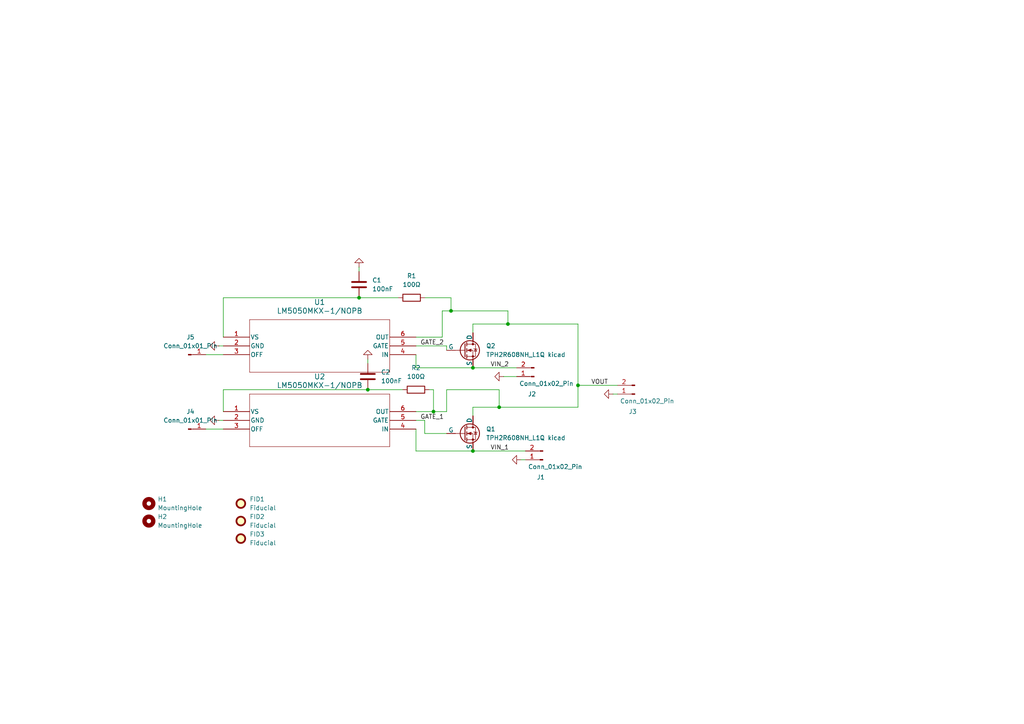
<source format=kicad_sch>
(kicad_sch (version 20250114) (generator "eeschema") (generator_version "9.0")
  (paper "A4")
  (title_block (title "High side or ing power selection") (date "2026-02-11") (rev "A"))
  (lib_symbols
    (symbol "Connector:Conn_01x01_Pin" (pin_names (offset 1.016) (hide yes))
      (property "Reference" "J" (at 0 2.54 0))
      (property "Value" "Conn_01x01_Pin" (at 0 -2.54 0))
      (symbol "Conn_01x01_Pin_1_1"
        (rectangle (start 0.8636 0.127) (end 0 -0.127) (stroke (width 0.1524)) (fill (type outline)))
        (polyline (pts (xy 1.27 0) (xy 0.8636 0)) (stroke (width 0.1524)))
        (pin passive line (at 5.08 0 180) (length 3.81) (name "Pin_1") (number "1"))
      )
    )
    (symbol "Connector:Conn_01x02_Pin" (pin_names (offset 1.016) (hide yes))
      (property "Reference" "J" (at 0 2.54 0))
      (property "Value" "Conn_01x02_Pin" (at 0 -5.08 0))
      (symbol "Conn_01x02_Pin_1_1"
        (rectangle (start 0.8636 0.127) (end 0 -0.127) (stroke (width 0.1524)) (fill (type outline)))
        (rectangle (start 0.8636 -2.413) (end 0 -2.667) (stroke (width 0.1524)) (fill (type outline)))
        (polyline (pts (xy 1.27 0) (xy 0.8636 0)) (stroke (width 0.1524)))
        (polyline (pts (xy 1.27 -2.54) (xy 0.8636 -2.54)) (stroke (width 0.1524)))
        (pin passive line (at 5.08 0 180) (length 3.81) (name "Pin_1") (number "1"))
        (pin passive line (at 5.08 -2.54 180) (length 3.81) (name "Pin_2") (number "2"))
      )
    )
    (symbol "Device:C" (pin_numbers (hide yes)) (pin_names (offset 0.254))
      (property "Reference" "C" (at 0.635 2.54 0))
      (property "Value" "C" (at 0.635 -2.54 0))
      (symbol "C_0_1"
        (polyline (pts (xy -2.032 0.762) (xy 2.032 0.762)) (stroke (width 0.508)))
        (polyline (pts (xy -2.032 -0.762) (xy 2.032 -0.762)) (stroke (width 0.508)))
      )
      (symbol "C_1_1"
        (pin passive line (at 0 3.81 270) (length 2.794) (name "~") (number "1"))
        (pin passive line (at 0 -3.81 90) (length 2.794) (name "~") (number "2"))
      )
    )
    (symbol "Device:R" (pin_numbers (hide yes)) (pin_names (offset 0))
      (property "Reference" "R" (at 2.032 0 90))
      (property "Value" "R" (at 0 0 90))
      (symbol "R_0_1"
        (rectangle (start -1.016 -2.54) (end 1.016 2.54) (stroke (width 0.254)))
      )
      (symbol "R_1_1"
        (pin passive line (at 0 3.81 270) (length 1.27) (name "~") (number "1"))
        (pin passive line (at 0 -3.81 90) (length 1.27) (name "~") (number "2"))
      )
    )
    (symbol "Mechanical:Fiducial" (in_bom no)
      (property "Reference" "FID" (at 0 5.08 0))
      (property "Value" "Fiducial" (at 0 3.175 0))
      (symbol "Fiducial_0_1"
        (circle (center 0 0) (radius 1.27) (stroke (width 0.508)) (fill (type background)))
      )
    )
    (symbol "Mechanical:MountingHole" (pin_names (offset 1.016)) (in_bom no)
      (property "Reference" "H" (at 0 5.08 0))
      (property "Value" "MountingHole" (at 0 3.175 0))
      (symbol "MountingHole_0_1"
        (circle (center 0 0) (radius 1.27) (stroke (width 1.27)))
      )
    )
    (symbol "OR ing_Library:LM5050MKX-1_NOPB" (pin_names (offset 0.254))
      (property "Reference" "U" (at 27.94 10.16 0))
      (property "Value" "LM5050MKX-1/NOPB" (at 27.94 7.62 0))
      (symbol "LM5050MKX-1_NOPB_0_1"
        (polyline (pts (xy 7.62 5.08) (xy 7.62 -10.16)) (stroke (width 0.127)))
        (polyline (pts (xy 7.62 -10.16) (xy 48.26 -10.16)) (stroke (width 0.127)))
        (polyline (pts (xy 48.26 5.08) (xy 7.62 5.08)) (stroke (width 0.127)))
        (polyline (pts (xy 48.26 -10.16) (xy 48.26 5.08)) (stroke (width 0.127)))
        (pin unspecified line (at 0 0 0) (length 7.62) (name "VS") (number "1"))
        (pin power_in line (at 0 -2.54 0) (length 7.62) (name "GND") (number "2"))
        (pin unspecified line (at 0 -5.08 0) (length 7.62) (name "OFF") (number "3"))
        (pin output line (at 55.88 0 180) (length 7.62) (name "OUT") (number "6"))
        (pin unspecified line (at 55.88 -2.54 180) (length 7.62) (name "GATE") (number "5"))
        (pin input line (at 55.88 -5.08 180) (length 7.62) (name "IN") (number "4"))
      )
    )
    (symbol "OR ing_Library:TPH2R608NH_L1Q kicad" (pin_numbers (hide yes)) (pin_names (offset 0))
      (property "Reference" "Q" (at 5.08 1.27 0))
      (property "Value" "TPH2R608NH_L1Q kicad" (at 5.08 -1.27 0))
      (symbol "TPH2R608NH_L1Q kicad_0_1"
        (polyline (pts (xy 0.254 1.905) (xy 0.254 -1.905)) (stroke (width 0.254)))
        (polyline (pts (xy 0.254 0) (xy -2.54 0)))
        (polyline (pts (xy 0.762 2.286) (xy 0.762 1.27)) (stroke (width 0.254)))
        (polyline (pts (xy 0.762 0.508) (xy 0.762 -0.508)) (stroke (width 0.254)))
        (polyline (pts (xy 0.762 -1.27) (xy 0.762 -2.286)) (stroke (width 0.254)))
        (polyline (pts (xy 0.762 -1.778) (xy 3.302 -1.778) (xy 3.302 1.778) (xy 0.762 1.778)))
        (polyline (pts (xy 1.016 0) (xy 2.032 0.381) (xy 2.032 -0.381) (xy 1.016 0)) (fill (type outline)))
        (circle (center 1.651 0) (radius 2.794) (stroke (width 0.254)))
        (polyline (pts (xy 2.54 2.54) (xy 2.54 1.778)))
        (circle (center 2.54 1.778) (radius 0.254) (fill (type outline)))
        (circle (center 2.54 -1.778) (radius 0.254) (fill (type outline)))
        (polyline (pts (xy 2.54 -2.54) (xy 2.54 0) (xy 0.762 0)))
        (polyline (pts (xy 2.794 0.508) (xy 2.921 0.381) (xy 3.683 0.381) (xy 3.81 0.254)))
        (polyline (pts (xy 3.302 0.381) (xy 2.921 -0.254) (xy 3.683 -0.254) (xy 3.302 0.381)))
      )
      (symbol "TPH2R608NH_L1Q kicad_1_1"
        (pin input line (at -5.08 0 0) (length 2.54) (name "G") (number "4"))
        (pin passive line (at 2.54 5.08 270) (length 2.54) (name "D") (number "5"))
        (pin passive line (at 2.54 5.08 270) (length 2.54) (name "D") (number "6"))
        (pin passive line (at 2.54 5.08 270) (length 2.54) (name "D") (number "7"))
        (pin passive line (at 2.54 5.08 270) (length 2.54) (name "D") (number "8"))
        (pin passive line (at 2.54 -5.08 90) (length 2.54) (name "S") (number "1"))
        (pin passive line (at 2.54 -5.08 90) (length 2.54) (name "S") (number "2"))
        (pin passive line (at 2.54 -5.08 90) (length 2.54) (name "S") (number "3"))
      )
    )
    (symbol "power:GND" (power) (pin_numbers (hide yes)) (pin_names (offset 0) (hide yes))
      (property "Value" "GND" (at 0 -3.81 0))
      (symbol "GND_0_1"
        (polyline (pts (xy 0 0) (xy 0 -1.27) (xy 1.27 -1.27) (xy 0 -2.54) (xy -1.27 -1.27) (xy 0 -1.27)))
      )
      (symbol "GND_1_1"
        (pin power_in line (at 0 0 270) (length 0) (name "~") (number "1"))
      )
    )
  )
  (junction (at 144.78 118.11))
  (junction (at 137.16 130.81))
  (junction (at 106.68 113.03))
  (junction (at 137.16 106.68))
  (junction (at 125.73 119.38))
  (junction (at 167.64 111.76))
  (junction (at 104.14 86.36))
  (junction (at 147.32 93.98))
  (junction (at 130.81 90.17))
  (wire (pts (xy 144.78 118.11) (xy 167.64 118.11)))
  (wire (pts (xy 124.46 113.03) (xy 125.73 113.03)))
  (wire (pts (xy 137.16 130.81) (xy 152.4 130.81)))
  (wire (pts (xy 120.65 106.68) (xy 137.16 106.68)))
  (wire (pts (xy 129.54 100.33) (xy 129.54 101.6)))
  (wire (pts (xy 123.19 121.92) (xy 120.65 121.92)))
  (wire (pts (xy 129.54 125.73) (xy 123.19 125.73)))
  (wire (pts (xy 137.16 106.68) (xy 149.86 106.68)))
  (wire (pts (xy 167.64 118.11) (xy 167.64 111.76)))
  (wire (pts (xy 120.65 130.81) (xy 137.16 130.81)))
  (wire (pts (xy 137.16 93.98) (xy 137.16 96.52)))
  (wire (pts (xy 64.77 113.03) (xy 106.68 113.03)))
  (wire (pts (xy 147.32 93.98) (xy 167.64 93.98)))
  (wire (pts (xy 177.8 114.3) (xy 179.07 114.3)))
  (wire (pts (xy 129.54 119.38) (xy 129.54 113.03)))
  (wire (pts (xy 64.77 86.36) (xy 104.14 86.36)))
  (wire (pts (xy 59.69 124.46) (xy 64.77 124.46)))
  (wire (pts (xy 59.69 102.87) (xy 64.77 102.87)))
  (wire (pts (xy 123.19 125.73) (xy 123.19 121.92)))
  (wire (pts (xy 104.14 77.47) (xy 104.14 78.74)))
  (wire (pts (xy 120.65 119.38) (xy 125.73 119.38)))
  (wire (pts (xy 64.77 119.38) (xy 64.77 113.03)))
  (wire (pts (xy 64.77 97.79) (xy 64.77 86.36)))
  (wire (pts (xy 167.64 93.98) (xy 167.64 111.76)))
  (wire (pts (xy 63.5 121.92) (xy 64.77 121.92)))
  (wire (pts (xy 129.54 113.03) (xy 144.78 113.03)))
  (wire (pts (xy 120.65 130.81) (xy 120.65 124.46)))
  (wire (pts (xy 146.05 109.22) (xy 149.86 109.22)))
  (wire (pts (xy 106.68 104.14) (xy 106.68 105.41)))
  (wire (pts (xy 104.14 86.36) (xy 115.57 86.36)))
  (wire (pts (xy 125.73 113.03) (xy 125.73 119.38)))
  (wire (pts (xy 63.5 100.33) (xy 64.77 100.33)))
  (wire (pts (xy 147.32 90.17) (xy 147.32 93.98)))
  (wire (pts (xy 167.64 111.76) (xy 179.07 111.76)))
  (wire (pts (xy 130.81 86.36) (xy 130.81 90.17)))
  (wire (pts (xy 106.68 113.03) (xy 116.84 113.03)))
  (wire (pts (xy 137.16 118.11) (xy 137.16 120.65)))
  (wire (pts (xy 137.16 93.98) (xy 147.32 93.98)))
  (wire (pts (xy 130.81 90.17) (xy 147.32 90.17)))
  (wire (pts (xy 120.65 97.79) (xy 128.27 97.79)))
  (wire (pts (xy 137.16 118.11) (xy 144.78 118.11)))
  (wire (pts (xy 125.73 119.38) (xy 129.54 119.38)))
  (wire (pts (xy 128.27 97.79) (xy 128.27 90.17)))
  (wire (pts (xy 123.19 86.36) (xy 130.81 86.36)))
  (wire (pts (xy 120.65 106.68) (xy 120.65 102.87)))
  (wire (pts (xy 120.65 100.33) (xy 129.54 100.33)))
  (wire (pts (xy 128.27 90.17) (xy 130.81 90.17)))
  (wire (pts (xy 151.13 133.35) (xy 152.4 133.35)))
  (wire (pts (xy 144.78 113.03) (xy 144.78 118.11)))
  (label "VOUT" (at 171.45 111.76 0))
  (label "VIN_2" (at 142.24 106.68 0))
  (label "GATE_1" (at 121.92 121.92 0))
  (label "GATE_2" (at 121.92 100.33 0))
  (label "VIN_1" (at 142.24 130.81 0))
  (symbol (lib_id "Mechanical:MountingHole") (at 43.18 151.13 0) (unit 1) (in_bom no)
    (property "Reference" "H2" (at 45.72 149.8599 0) (effects (justify left)))
    (property "Value" "MountingHole" (at 45.72 152.3999 0) (effects (justify left)))
    (property "Footprint" "MountingHole:MountingHole_3.2mm_M3" (effects (hide yes)))
    (property "Description" "Mounting Hole without connection" (effects (hide yes)))
  )
  (symbol (lib_id "Connector:Conn_01x02_Pin") (at 154.94 109.22 180) (unit 1)
    (property "Reference" "J2" (at 154.305 114.3 0))
    (property "Value" "Conn_01x02_Pin" (at 158.496 111.252 0))
    (property "Footprint" "TerminalBlock_MetzConnect:TerminalBlock_MetzConnect_Type011_RT05502HBLC_1x02_P5.00mm_Horizontal" (effects (hide yes)))
    (property "Description" "Generic connector, single row, 01x02, script generated" (effects (hide yes)))
  )
  (symbol (lib_id "Mechanical:Fiducial") (at 69.85 151.13 0) (unit 1) (in_bom no)
    (property "Reference" "FID2" (at 72.39 149.8599 0) (effects (justify left)))
    (property "Value" "Fiducial" (at 72.39 152.3999 0) (effects (justify left)))
    (property "Footprint" "Fiducial:Fiducial_0.5mm_Mask1.5mm" (effects (hide yes)))
    (property "Description" "Fiducial Marker" (effects (hide yes)))
  )
  (symbol (lib_id "Connector:Conn_01x01_Pin") (at 54.61 102.87 0) (unit 1)
    (property "Reference" "J5" (at 55.245 97.79 0))
    (property "Value" "Conn_01x01_Pin" (at 55.245 100.33 0))
    (property "Footprint" "Connector_PinHeader_1.00mm:PinHeader_1x01_P1.00mm_Vertical" (effects (hide yes)))
    (property "Description" "Generic connector, single row, 01x01, script generated" (effects (hide yes)))
  )
  (symbol (lib_id "power:GND") (at 177.8 114.3 270) (unit 1)
    (property "Reference" "#PWR05" (effects (hide yes)))
    (property "Value" "GND" (effects (hide yes)))
    (property "Description" "Power symbol creates a global label with name \"GND\" , ground" (effects (hide yes)))
  )
  (symbol (lib_id "Mechanical:Fiducial") (at 69.85 146.05 0) (unit 1) (in_bom no)
    (property "Reference" "FID1" (at 72.39 144.7799 0) (effects (justify left)))
    (property "Value" "Fiducial" (at 72.39 147.3199 0) (effects (justify left)))
    (property "Footprint" "Fiducial:Fiducial_0.5mm_Mask1.5mm" (effects (hide yes)))
    (property "Description" "Fiducial Marker" (effects (hide yes)))
  )
  (symbol (lib_id "OR ing_Library:TPH2R608NH_L1Q kicad") (at 134.62 125.73 0) (unit 1)
    (property "Reference" "Q1" (at 140.97 124.4599 0) (effects (justify left)))
    (property "Value" "TPH2R608NH_L1Q kicad" (at 140.97 126.9999 0) (effects (justify left)))
    (property "Footprint" "Or ing_footprint:SOP Advance_TOS" (effects (hide yes)))
    (property "Datasheet" "https://ngspice.sourceforge.io/docs/ngspice-html-manual/manual.xhtml#cha_MOSFETs" (effects (hide yes)))
    (property "Description" "N-MOSFET transistor, drain/source/gate" (effects (hide yes)))
    (property "Sim.Device" "NMOS" (effects (hide yes)))
    (property "Sim.Type" "VDMOS" (effects (hide yes)))
    (property "Sim.Pins" "1=D 2=G 3=S" (effects (hide yes)))
    (property "JLCPCB manufactur number" "C5379811" (effects (hide yes)))
  )
  (symbol (lib_id "Connector:Conn_01x02_Pin") (at 184.15 114.3 180) (unit 1)
    (property "Reference" "J3" (at 183.515 119.38 0))
    (property "Value" "Conn_01x02_Pin" (at 187.706 116.332 0))
    (property "Footprint" "TerminalBlock_MetzConnect:TerminalBlock_MetzConnect_Type011_RT05502HBLC_1x02_P5.00mm_Horizontal" (effects (hide yes)))
    (property "Description" "Generic connector, single row, 01x02, script generated" (effects (hide yes)))
  )
  (symbol (lib_id "power:GND") (at 151.13 133.35 270) (unit 1)
    (property "Reference" "#PWR03" (effects (hide yes)))
    (property "Value" "GND" (effects (hide yes)))
    (property "Description" "Power symbol creates a global label with name \"GND\" , ground" (effects (hide yes)))
  )
  (symbol (lib_id "Connector:Conn_01x02_Pin") (at 157.48 133.35 180) (unit 1)
    (property "Reference" "J1" (at 156.845 138.43 0))
    (property "Value" "Conn_01x02_Pin" (at 161.036 135.382 0))
    (property "Footprint" "TerminalBlock_MetzConnect:TerminalBlock_MetzConnect_Type011_RT05502HBLC_1x02_P5.00mm_Horizontal" (effects (hide yes)))
    (property "Description" "Generic connector, single row, 01x02, script generated" (effects (hide yes)))
  )
  (symbol (lib_id "power:GND") (at 104.14 77.47 180) (unit 1)
    (property "Reference" "#PWR06" (effects (hide yes)))
    (property "Value" "GND" (effects (hide yes)))
    (property "Description" "Power symbol creates a global label with name \"GND\" , ground" (effects (hide yes)))
  )
  (symbol (lib_id "power:GND") (at 106.68 104.14 180) (unit 1)
    (property "Reference" "#PWR07" (effects (hide yes)))
    (property "Value" "GND" (effects (hide yes)))
    (property "Description" "Power symbol creates a global label with name \"GND\" , ground" (effects (hide yes)))
  )
  (symbol (lib_id "power:GND") (at 146.05 109.22 270) (unit 1)
    (property "Reference" "#PWR04" (effects (hide yes)))
    (property "Value" "GND" (effects (hide yes)))
    (property "Description" "Power symbol creates a global label with name \"GND\" , ground" (effects (hide yes)))
  )
  (symbol (lib_id "Mechanical:Fiducial") (at 69.85 156.21 0) (unit 1) (in_bom no)
    (property "Reference" "FID3" (at 72.39 154.9399 0) (effects (justify left)))
    (property "Value" "Fiducial" (at 72.39 157.4799 0) (effects (justify left)))
    (property "Footprint" "Fiducial:Fiducial_0.5mm_Mask1.5mm" (effects (hide yes)))
    (property "Description" "Fiducial Marker" (effects (hide yes)))
  )
  (symbol (lib_id "OR ing_Library:LM5050MKX-1_NOPB") (at 64.77 97.79 0) (unit 1)
    (property "Reference" "U1" (at 92.71 87.63 0) (effects (font (size 1.524 1.524))))
    (property "Value" "LM5050MKX-1/NOPB" (at 92.71 90.17 0) (effects (font (size 1.524 1.524))))
    (property "Footprint" "MK06A" (effects (hide yes)))
    (property "Datasheet" "https://www.ti.com/lit/gpn/lm5050-1" (effects (hide yes)))
    (property "JLCPCB manufactur number" "C473393" (effects (hide yes)))
  )
  (symbol (lib_id "Device:R") (at 120.65 113.03 90) (unit 1)
    (property "Reference" "R2" (at 120.65 106.68 90))
    (property "Value" "100Ω" (at 120.65 109.22 90))
    (property "Footprint" "Capacitor_SMD:C_0603_1608Metric" (effects (hide yes)))
    (property "Description" "Resistor" (effects (hide yes)))
    (property "JLCPCB manufactur number" "C22775" (effects (hide yes)))
  )
  (symbol (lib_id "Mechanical:MountingHole") (at 43.18 146.05 0) (unit 1) (in_bom no)
    (property "Reference" "H1" (at 45.72 144.7799 0) (effects (justify left)))
    (property "Value" "MountingHole" (at 45.72 147.3199 0) (effects (justify left)))
    (property "Footprint" "MountingHole:MountingHole_3.2mm_M3" (effects (hide yes)))
    (property "Description" "Mounting Hole without connection" (effects (hide yes)))
  )
  (symbol (lib_id "Device:R") (at 119.38 86.36 90) (unit 1)
    (property "Reference" "R1" (at 119.38 80.01 90))
    (property "Value" "100Ω" (at 119.38 82.55 90))
    (property "Footprint" "Capacitor_SMD:C_0603_1608Metric" (effects (hide yes)))
    (property "Description" "Resistor" (effects (hide yes)))
    (property "JLCPCB manufactur number" "C22775" (effects (hide yes)))
  )
  (symbol (lib_id "Connector:Conn_01x01_Pin") (at 54.61 124.46 0) (unit 1)
    (property "Reference" "J4" (at 55.245 119.38 0))
    (property "Value" "Conn_01x01_Pin" (at 55.245 121.92 0))
    (property "Footprint" "Connector_PinHeader_1.00mm:PinHeader_1x01_P1.00mm_Vertical" (effects (hide yes)))
    (property "Description" "Generic connector, single row, 01x01, script generated" (effects (hide yes)))
  )
  (symbol (lib_id "power:GND") (at 63.5 121.92 270) (unit 1)
    (property "Reference" "#PWR01" (effects (hide yes)))
    (property "Value" "GND" (effects (hide yes)))
    (property "Description" "Power symbol creates a global label with name \"GND\" , ground" (effects (hide yes)))
  )
  (symbol (lib_id "power:GND") (at 63.5 100.33 270) (unit 1)
    (property "Reference" "#PWR02" (effects (hide yes)))
    (property "Value" "GND" (effects (hide yes)))
    (property "Description" "Power symbol creates a global label with name \"GND\" , ground" (effects (hide yes)))
  )
  (symbol (lib_id "OR ing_Library:LM5050MKX-1_NOPB") (at 64.77 119.38 0) (unit 1)
    (property "Reference" "U2" (at 92.71 109.22 0) (effects (font (size 1.524 1.524))))
    (property "Value" "LM5050MKX-1/NOPB" (at 92.71 111.76 0) (effects (font (size 1.524 1.524))))
    (property "Footprint" "MK06A" (effects (hide yes)))
    (property "Datasheet" "https://www.ti.com/lit/gpn/lm5050-1" (effects (hide yes)))
    (property "JLCPCB manufactur number" "C473393" (effects (hide yes)))
  )
  (symbol (lib_id "Device:C") (at 104.14 82.55 0) (unit 1)
    (property "Reference" "C1" (at 107.95 81.2799 0) (effects (justify left)))
    (property "Value" "100nF" (at 107.95 83.8199 0) (effects (justify left)))
    (property "Footprint" "Capacitor_SMD:C_0805_2012Metric" (effects (hide yes)))
    (property "Description" "Unpolarized capacitor" (effects (hide yes)))
    (property "JLCPCB manufactur number" "C28233" (effects (hide yes)))
  )
  (symbol (lib_id "OR ing_Library:TPH2R608NH_L1Q kicad") (at 134.62 101.6 0) (unit 1)
    (property "Reference" "Q2" (at 140.97 100.3299 0) (effects (justify left)))
    (property "Value" "TPH2R608NH_L1Q kicad" (at 140.97 102.8699 0) (effects (justify left)))
    (property "Footprint" "Or ing_footprint:SOP Advance_TOS" (effects (hide yes)))
    (property "Datasheet" "https://ngspice.sourceforge.io/docs/ngspice-html-manual/manual.xhtml#cha_MOSFETs" (effects (hide yes)))
    (property "Description" "N-MOSFET transistor, drain/source/gate" (effects (hide yes)))
    (property "Sim.Device" "NMOS" (effects (hide yes)))
    (property "Sim.Type" "VDMOS" (effects (hide yes)))
    (property "Sim.Pins" "1=D 2=G 3=S" (effects (hide yes)))
    (property "JLCPCB manufactur number" "C5379811" (effects (hide yes)))
  )
  (symbol (lib_id "Device:C") (at 106.68 109.22 0) (unit 1)
    (property "Reference" "C2" (at 110.49 107.9499 0) (effects (justify left)))
    (property "Value" "100nF" (at 110.49 110.4899 0) (effects (justify left)))
    (property "Footprint" "Capacitor_SMD:C_0805_2012Metric" (effects (hide yes)))
    (property "Description" "Unpolarized capacitor" (effects (hide yes)))
    (property "JLCPCB manufactur number" "C28233" (effects (hide yes)))
  )
)
</source>
